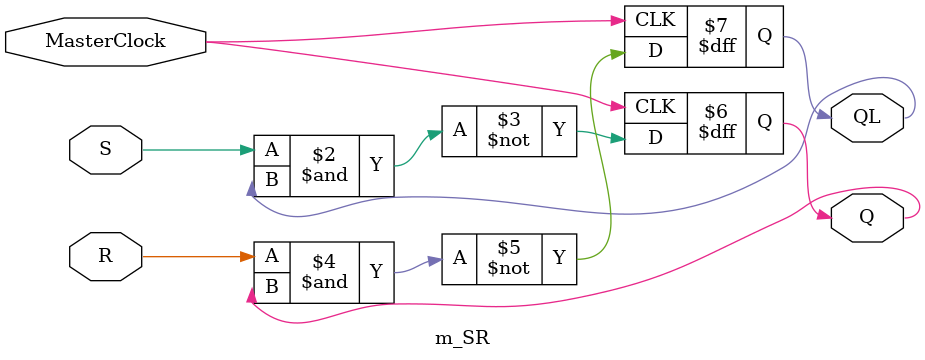
<source format=sv>
module m_SR                                                                     //[LEGO.NET:00237] MODULE SR;
(                                                                               //[LEGO.NET:00237] MODULE SR;

    input    MasterClock,
    input    S,                                                                 //[LEGO.NET:00239] INPUTS	S,R;
    input    R,                                                                 //[LEGO.NET:00239] INPUTS	S,R;
    output    reg Q,                                                                //[LEGO.NET:00240] OUTPUTS	Q,QL;
    output    reg QL                                                                //[LEGO.NET:00240] OUTPUTS	Q,QL;
);                                                                              //[LEGO.NET:00237] MODULE SR;
                                                                                //[LEGO.NET:00241] LEVEL FUNCTION;
always @(posedge MasterClock)
begin
	Q <= ~(S & QL);                                                           //[LEGO.NET:00243] Q_(Q) = ND2A(S,QL);
	QL <= ~(R & Q);                                                           //[LEGO.NET:00244] QL_(QL) = ND2A(R,Q);
end
endmodule                                                                       //[LEGO.NET:00245] END MODULE;

</source>
